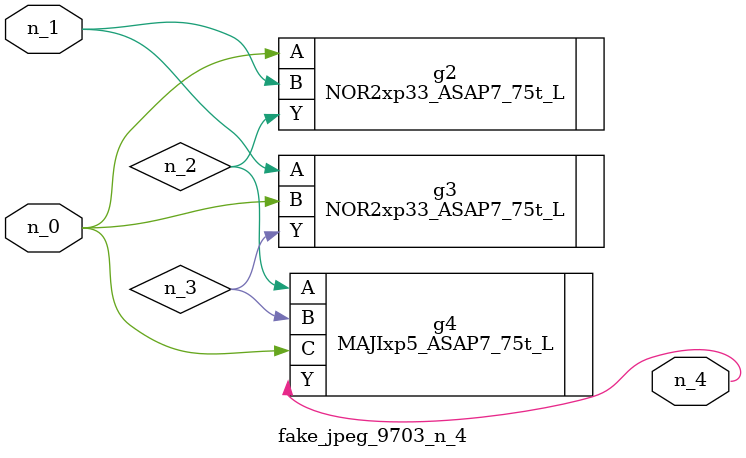
<source format=v>
module fake_jpeg_9703_n_4 (n_0, n_1, n_4);

input n_0;
input n_1;

output n_4;

wire n_2;
wire n_3;

NOR2xp33_ASAP7_75t_L g2 ( 
.A(n_0),
.B(n_1),
.Y(n_2)
);

NOR2xp33_ASAP7_75t_L g3 ( 
.A(n_1),
.B(n_0),
.Y(n_3)
);

MAJIxp5_ASAP7_75t_L g4 ( 
.A(n_2),
.B(n_3),
.C(n_0),
.Y(n_4)
);


endmodule
</source>
